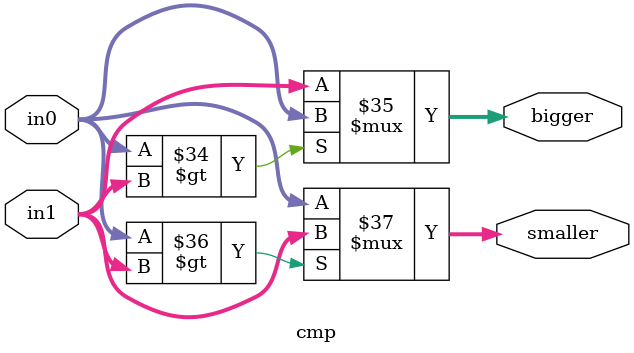
<source format=v>
module ISP(
    // Input Signals
    input clk,
    input rst_n,
    input in_valid,
    input [3:0] in_pic_no,
    input [1:0] in_mode,
    input [1:0] in_ratio_mode,

    // Output Signals
    output reg out_valid,
    output reg[7:0] out_data,
    
    // DRAM Signals
    // axi write address channel
    // src master
    output [3:0]  awid_s_inf, //4'd0
    output reg [31:0] awaddr_s_inf,
    output [2:0]  awsize_s_inf, //3'b100
    output [1:0]  awburst_s_inf,// 2'b01
    output [7:0]  awlen_s_inf, // burst length : 
    output  reg      awvalid_s_inf,
    // src slave
    input         awready_s_inf,
    // -----------------------------
  
    // axi write data channel 
    // src master
    output reg [127:0] wdata_s_inf,
    output         wlast_s_inf,
    output reg        wvalid_s_inf,
    // src slave
    input          wready_s_inf,
  
    // axi write response channel 
    // src slave
    input [3:0]    bid_s_inf,//4'd0
    input [1:0]    bresp_s_inf,
    input          bvalid_s_inf,
    // src master 
    output         bready_s_inf,
    // -----------------------------
  
    // axi read address channel 
    // src master
    output [3:0]   arid_s_inf,
    output reg [31:0]  araddr_s_inf, 
    output [7:0]   arlen_s_inf,
    output [2:0]   arsize_s_inf, //3'b100
    output [1:0]   arburst_s_inf, // 2'b01
    output  reg       arvalid_s_inf,
    // src slave
    input          arready_s_inf,
    // -----------------------------
  
    // axi read data channel 
    // slave
    input [3:0]    rid_s_inf,
    input [127:0]  rdata_s_inf,
    input [1:0]    rresp_s_inf,
    input          rlast_s_inf,
    input          rvalid_s_inf,
    // master
    output         rready_s_inf // 1 master ready
    
);


//========================================
// REG & WIRE
//========================================
reg [3:0] c_state, n_state;
reg [3:0] pic_no_reg;
reg [1:0] ratio_mode_reg;
reg[2:0] rest_cnt,rest_cnt_n;
reg [8:0] dram_data_cnt, dram_data_cnt_1;
reg [8:0 ]dram_w_data_cnt, dram_w_data_cnt_1,dram_w_data_cnt_2,dram_w_data_cnt_3;
reg [1:0] dram_type_cnt, dram_type_cnt_1;

reg [7:0] img_buffer [0:5][0:5];
reg [7:0] img_buffer_c [0:5][0:5];
reg [1:0] mode_reg;

reg [8:0] add_in_1 [0:5];
reg [8:0] add_in_2 [0:5];
reg [8:0] add_out [0:5];
reg [8:0] add_out_c [0:5];


reg [10:0] img_temp_0 [0:1];
reg [10:0] img_temp_1 [0:3];
reg [10:0] img_temp_2 [0:5];

reg [10:0] img_temp_a0 [0:1];
reg [10:0] img_temp_a1 [0:3];
reg [11:0] img_temp_a2 [0:5];


reg [10:0] acc_in_1 [0:5];
reg [10:0] acc_in_2 [0:5];
reg [13:0] acc_out [0:5];

reg [13:0] contrast_acc [0:2];
reg [13:0] contrast [0:2];
reg [13:0] contrast_acc_c [0:2];
reg [13:0] contrast_c [0:2];

reg [7:0] dram_data_buffer[0:15];
reg [7:0] dram_data_buffer_c[0:15];
reg [8:0] w_data_expose_b[0:15];
reg [7:0] w_data_expose_r[0:15];
reg [7:0] w_data_expose[0:15];
reg [127:0] w_data_in_0;
reg [127:0] w_data_in_1;
reg [127:0] w_data_in_2;
reg [8:0] add_e_in_1 [0:7];
reg [8:0] add_e_in_2 [0:7];
reg [8:0] add_e_out [0:7];

reg [7:0] s_addr, s_addr_temp;
reg [7:0] s_addr_delay_1, s_addr_delay_2;
reg [127:0] d_data_in;
reg [127:0] s_data_out;
reg [127:0] s_data_out_w;
reg [7:0] s_data_out_check [0:15];

reg [7:0] focus_table [0:15];
reg focus_flag [0:15];
reg [7:0] avg_table [0:15];
reg avg_flag [0:15];
reg [7:0] zero_table [0:15];
reg zero_flag [0:15];
reg [7:0] focus_result;
reg s_web;
reg find_ans;
reg find_avg;
reg find_zero;
reg zero_detect;

reg [7:0] max_one, min_one;
reg [7:0] max_one_reg, min_one_reg;
reg [9:0] max_sum, min_sum;
reg [9:0] max_sum_c, min_sum_c;
reg [9:0] max_result, min_result;
reg [9:0] avg_result_c, avg_result;
reg [7:0] avg_in [0:15];
reg cmp_start_flag,cmp_start_flag_reg;

//========================================
// PARAMETER
//========================================

parameter  IDLE     = 0,
           FIND     = 1,
           GET_DATA = 2,
           OUT_F    = 3,
           REST     = 4,
           OUT_D    = 5,
           OUT_E    = 6,
           OUT      = 7,
           OUT_AVG  = 8,
           REST_AVG = 9,
           OUT_A  = 10;
integer i ,j;
//========================================
// DESIGN
//========================================

always @(posedge clk or negedge rst_n) begin
    if (!rst_n) begin
        c_state <= IDLE;
    end else c_state <= n_state;
end

always @(*) begin
    n_state = c_state;
    case (c_state)
        IDLE : begin
            if (in_valid) begin
                n_state = FIND;
            end
        end 
        FIND : begin
            if (find_ans) begin
                n_state = OUT_D;
            end 
            else if (find_zero) begin
                n_state = OUT_E;
            end
            else if (find_avg) begin
                n_state = OUT_A;
            end
            else n_state = GET_DATA;
        end
        GET_DATA : begin
            // if(dram_data_cnt_1 == 63 && dram_type_cnt_1 == 2 && (mode_reg==1)) begin
            //     n_state = REST;
            // end
            // else if (dram_data_cnt_1 == 63 && dram_type_cnt_1 == 2 && (mode_reg==2)) begin
            //     n_state = REST_AVG;
            // end
            // else if (dram_data_cnt_1 == 63 && dram_type_cnt_1 == 2) begin
            //     n_state = OUT_F;
            // end
            if(dram_data_cnt_1 == 63 && dram_type_cnt_1 == 2) begin
                n_state = REST;
            end
        end   
        OUT_F: begin
            n_state = IDLE;
        end  
        REST: begin
            // n_state = OUT;
            if (rest_cnt == 6) begin
                if (mode_reg==1) begin
                    n_state = OUT;
                end
                else if (mode_reg==2) begin
                     n_state = OUT_AVG;
                end
                else n_state = OUT_F;
            end
        end 
        REST_AVG: begin
            n_state = OUT_AVG;
        end 
        OUT: begin
            n_state = IDLE;
        end  
        OUT_D: begin
            n_state = IDLE;
        end  
        OUT_A: begin
            n_state = IDLE;
        end  
        OUT_AVG: begin
            n_state = IDLE;
        end  
        OUT_E: begin
            n_state = IDLE;
        end        
        default:  n_state = c_state;
    endcase
end

always @(posedge clk ) begin
    if (in_valid) begin
        pic_no_reg <= in_pic_no;
    end
end
always @(posedge clk ) begin
    if (in_valid) begin
        ratio_mode_reg <= in_ratio_mode;
    end
end
always @(posedge clk ) begin
    if (in_valid) begin
        mode_reg <= in_mode;
    end
end

always @(posedge clk or negedge rst_n) begin
    if (!rst_n) begin
        dram_data_cnt <= 0;
    end 
    else if (dram_data_cnt == 63) begin
        dram_data_cnt <= 0;
    end 
    else if (rvalid_s_inf) begin
        dram_data_cnt <= dram_data_cnt + 1;
    end 
    else if (c_state != GET_DATA) begin
        dram_data_cnt <= 0;
    end
end

always @(posedge clk ) begin
    dram_data_cnt_1 <= dram_data_cnt;
end

always @(posedge clk or negedge rst_n) begin
    if (!rst_n) begin
        dram_type_cnt <= 0;
    end else if (dram_data_cnt == 63 || dram_data_cnt == 127) begin
        dram_type_cnt <= dram_type_cnt + 1;
    end else if (c_state != GET_DATA) begin
        dram_type_cnt <= 0;
    end
end


always @(posedge clk or negedge rst_n) begin
    if (!rst_n) begin
        rest_cnt <= 0;
    end
    else begin
        rest_cnt <= rest_cnt_n;
    end
end

always @(*) begin
    rest_cnt_n = rest_cnt;
    if (c_state == REST) begin
        rest_cnt_n = rest_cnt + 1 ;
    end else if (c_state !=REST ) begin
        rest_cnt_n = 0;
    end
end

always @(posedge clk ) begin
    dram_type_cnt_1 <= dram_type_cnt;
end

wire [6:0] img_idx ;
assign img_idx  = dram_data_cnt_1 >> 1;

always @(posedge clk or negedge rst_n) begin
    if (!rst_n) begin
        for ( i = 0 ; i < 16 ; i = i+1 ) begin
            dram_data_buffer[i] <= 0;
        end
    end
    else if (c_state == GET_DATA) begin
        for ( i = 0 ; i < 16 ; i = i+1 ) begin
            dram_data_buffer[i] <= dram_data_buffer_c[i];
        end
    end

end

always @(*) begin
    for ( i = 0 ; i < 16 ; i = i+1 ) begin
        dram_data_buffer_c[i] = 0;
    end
    if (c_state == GET_DATA) begin
        dram_data_buffer_c[15] = rdata_s_inf[127:120];
        dram_data_buffer_c[14] = rdata_s_inf[119:112];
        dram_data_buffer_c[13] = rdata_s_inf[111:104];
        dram_data_buffer_c[12] = rdata_s_inf[103:96];
        dram_data_buffer_c[11] = rdata_s_inf[95:88];
        dram_data_buffer_c[10] = rdata_s_inf[87:80];
        dram_data_buffer_c[9]  = rdata_s_inf[79:72];
        dram_data_buffer_c[8]  = rdata_s_inf[71:64];
        dram_data_buffer_c[7]  = rdata_s_inf[63:56];
        dram_data_buffer_c[6]  = rdata_s_inf[55:48];
        dram_data_buffer_c[5]  = rdata_s_inf[47:40];
        dram_data_buffer_c[4]  = rdata_s_inf[39:32];
        dram_data_buffer_c[3]  = rdata_s_inf[31:24];
        dram_data_buffer_c[2]  = rdata_s_inf[23:16];
        dram_data_buffer_c[1]  = rdata_s_inf[15:8];
        dram_data_buffer_c[0]  = rdata_s_inf[7:0];
    end
end

always @(posedge clk or negedge rst_n) begin
    if (!rst_n) begin
        for (i = 0 ; i < 6 ; i = i+1) begin
            for (j = 0 ; j < 6  ;j = j+1) begin
                img_buffer[j][i] <= 0;
            end
        end         
    end
    else begin
        for (i = 0 ; i < 6 ; i = i+1) begin
            for (j = 0 ; j < 6  ;j = j+1) begin
                img_buffer[j][i] <= img_buffer_c[j][i];
            end
        end 
    end
end

always @(*) begin
    for (i = 0 ; i < 6 ; i = i+1) begin
        for (j = 0 ; j < 6  ;j = j+1) begin
            img_buffer_c[j][i] = img_buffer[j][i];
        end
    end

    if (img_idx > 12 && img_idx < 19 && c_state == GET_DATA) begin
        if (!dram_data_cnt_1[0]) begin
            img_buffer_c[img_idx- 13][2] = add_out[2] ; 
            img_buffer_c[img_idx- 13][1] = add_out[1] ;
            img_buffer_c[img_idx- 13][0] = add_out[0] ;
        end
        else begin
            img_buffer_c[img_idx- 13][5] = add_out[5] ;
            img_buffer_c[img_idx- 13][4] = add_out[4] ;
            img_buffer_c[img_idx- 13][3] = add_out[3] ; 
        end
    end
    else if (c_state == IDLE) begin
        for (i = 0 ; i < 6 ; i = i+1) begin
            for (j = 0 ; j < 6  ;j = j+1) begin
                img_buffer_c[j][i] = 0;
            end
        end
    end
end

wire [1:0] img_w;
assign img_w = (dram_type_cnt_1 == 0 || dram_type_cnt_1 == 2) ? 2 : 1;

always @(*) begin
    for ( i = 0 ; i < 6 ; i = i + 1 ) begin
        add_out[i] = add_in_1[i] + add_in_2[i] ;
    end
end

always @(*) begin
    for ( i = 0 ; i < 6 ; i = i + 1 ) begin
        add_in_1[i] = 0; add_in_2[i] = 0;
    end    
    if (dram_data_cnt_1 > 37 && dram_type_cnt_1 == 2) begin
        case (dram_data_cnt_1)
            38:begin
                add_in_1[0] = ~img_buffer[0][0] + 1'b1; add_in_2[0] = img_buffer[1][0];
                add_in_1[1] = ~img_buffer[0][1] + 1'b1; add_in_2[1] = img_buffer[1][1];
                add_in_1[2] = ~img_buffer[0][2] + 1'b1; add_in_2[2] = img_buffer[1][2];
                add_in_1[3] = ~img_buffer[0][3] + 1'b1; add_in_2[3] = img_buffer[1][3];
                add_in_1[4] = ~img_buffer[0][4] + 1'b1; add_in_2[4] = img_buffer[1][4];
                add_in_1[5] = ~img_buffer[0][5] + 1'b1; add_in_2[5] = img_buffer[1][5];
            end

            39:begin
                add_in_1[0] = ~img_buffer[1][0] + 1'b1; add_in_2[0] = img_buffer[2][0];
                add_in_1[1] = ~img_buffer[1][1] + 1'b1; add_in_2[1] = img_buffer[2][1];
                add_in_1[2] = ~img_buffer[1][2] + 1'b1; add_in_2[2] = img_buffer[2][2];
                add_in_1[3] = ~img_buffer[1][3] + 1'b1; add_in_2[3] = img_buffer[2][3];
                add_in_1[4] = ~img_buffer[1][4] + 1'b1; add_in_2[4] = img_buffer[2][4];
                add_in_1[5] = ~img_buffer[1][5] + 1'b1; add_in_2[5] = img_buffer[2][5];
            end

            40:begin
                add_in_1[0] = ~img_buffer[2][0] + 1'b1; add_in_2[0] = img_buffer[3][0];
                add_in_1[1] = ~img_buffer[2][1] + 1'b1; add_in_2[1] = img_buffer[3][1];
                add_in_1[2] = ~img_buffer[2][2] + 1'b1; add_in_2[2] = img_buffer[3][2];
                add_in_1[3] = ~img_buffer[2][3] + 1'b1; add_in_2[3] = img_buffer[3][3];
                add_in_1[4] = ~img_buffer[2][4] + 1'b1; add_in_2[4] = img_buffer[3][4];
                add_in_1[5] = ~img_buffer[2][5] + 1'b1; add_in_2[5] = img_buffer[3][5];
            end

            41:begin
                add_in_1[0] = ~img_buffer[3][0] + 1'b1; add_in_2[0] = img_buffer[4][0];
                add_in_1[1] = ~img_buffer[3][1] + 1'b1; add_in_2[1] = img_buffer[4][1];
                add_in_1[2] = ~img_buffer[3][2] + 1'b1; add_in_2[2] = img_buffer[4][2];
                add_in_1[3] = ~img_buffer[3][3] + 1'b1; add_in_2[3] = img_buffer[4][3];
                add_in_1[4] = ~img_buffer[3][4] + 1'b1; add_in_2[4] = img_buffer[4][4];
                add_in_1[5] = ~img_buffer[3][5] + 1'b1; add_in_2[5] = img_buffer[4][5];
            end

            42:begin
                add_in_1[0] = ~img_buffer[4][0] + 1'b1; add_in_2[0] = img_buffer[5][0];
                add_in_1[1] = ~img_buffer[4][1] + 1'b1; add_in_2[1] = img_buffer[5][1];
                add_in_1[2] = ~img_buffer[4][2] + 1'b1; add_in_2[2] = img_buffer[5][2];
                add_in_1[3] = ~img_buffer[4][3] + 1'b1; add_in_2[3] = img_buffer[5][3];
                add_in_1[4] = ~img_buffer[4][4] + 1'b1; add_in_2[4] = img_buffer[5][4];
                add_in_1[5] = ~img_buffer[4][5] + 1'b1; add_in_2[5] = img_buffer[5][5];
            end
            43:begin
                add_in_1[0] = ~img_buffer[0][0]+ 1'b1; add_in_2[0] = img_buffer[0][1];
                add_in_1[1] = ~img_buffer[1][0]+ 1'b1; add_in_2[1] = img_buffer[1][1];
                add_in_1[2] = ~img_buffer[2][0]+ 1'b1; add_in_2[2] = img_buffer[2][1];
                add_in_1[3] = ~img_buffer[3][0]+ 1'b1; add_in_2[3] = img_buffer[3][1];
                add_in_1[4] = ~img_buffer[4][0]+ 1'b1; add_in_2[4] = img_buffer[4][1];
                add_in_1[5] = ~img_buffer[5][0]+ 1'b1; add_in_2[5] = img_buffer[5][1];
            end

            44:begin
                add_in_1[0] = ~img_buffer[0][1]+ 1'b1; add_in_2[0] = img_buffer[0][2];
                add_in_1[1] = ~img_buffer[1][1]+ 1'b1; add_in_2[1] = img_buffer[1][2];
                add_in_1[2] = ~img_buffer[2][1]+ 1'b1; add_in_2[2] = img_buffer[2][2];
                add_in_1[3] = ~img_buffer[3][1]+ 1'b1; add_in_2[3] = img_buffer[3][2];
                add_in_1[4] = ~img_buffer[4][1]+ 1'b1; add_in_2[4] = img_buffer[4][2];
                add_in_1[5] = ~img_buffer[5][1]+ 1'b1; add_in_2[5] = img_buffer[5][2];
            end

            45:begin
                add_in_1[0] = ~img_buffer[0][2]+ 1'b1; add_in_2[0] = img_buffer[0][3];
                add_in_1[1] = ~img_buffer[1][2]+ 1'b1; add_in_2[1] = img_buffer[1][3];
                add_in_1[2] = ~img_buffer[2][2]+ 1'b1; add_in_2[2] = img_buffer[2][3];
                add_in_1[3] = ~img_buffer[3][2]+ 1'b1; add_in_2[3] = img_buffer[3][3];
                add_in_1[4] = ~img_buffer[4][2]+ 1'b1; add_in_2[4] = img_buffer[4][3];
                add_in_1[5] = ~img_buffer[5][2]+ 1'b1; add_in_2[5] = img_buffer[5][3];
            end

            46:begin
                add_in_1[0] = ~img_buffer[0][3]+ 1'b1; add_in_2[0] = img_buffer[0][4];
                add_in_1[1] = ~img_buffer[1][3]+ 1'b1; add_in_2[1] = img_buffer[1][4];
                add_in_1[2] = ~img_buffer[2][3]+ 1'b1; add_in_2[2] = img_buffer[2][4];
                add_in_1[3] = ~img_buffer[3][3]+ 1'b1; add_in_2[3] = img_buffer[3][4];
                add_in_1[4] = ~img_buffer[4][3]+ 1'b1; add_in_2[4] = img_buffer[4][4];
                add_in_1[5] = ~img_buffer[5][3]+ 1'b1; add_in_2[5] = img_buffer[5][4];
            end

            47:begin
                add_in_1[0] = ~img_buffer[0][4]+ 1'b1; add_in_2[0] = img_buffer[0][5];
                add_in_1[1] = ~img_buffer[1][4]+ 1'b1; add_in_2[1] = img_buffer[1][5];
                add_in_1[2] = ~img_buffer[2][4]+ 1'b1; add_in_2[2] = img_buffer[2][5];
                add_in_1[3] = ~img_buffer[3][4]+ 1'b1; add_in_2[3] = img_buffer[3][5];
                add_in_1[4] = ~img_buffer[4][4]+ 1'b1; add_in_2[4] = img_buffer[4][5];
                add_in_1[5] = ~img_buffer[5][4]+ 1'b1; add_in_2[5] = img_buffer[5][5];
            end
        endcase        
    end
    else begin
        case (dram_data_cnt_1)
            26, 28, 30, 32, 34, 36:begin
                add_in_1[0] = img_buffer[img_idx- 13][0]; add_in_2[0] = w_data_expose_r[13]; 
                add_in_1[1] = img_buffer[img_idx- 13][1]; add_in_2[1] = w_data_expose_r[14]; 
                add_in_1[2] = img_buffer[img_idx- 13][2]; add_in_2[2] = w_data_expose_r[15]; 
            end 
            27, 29, 31, 33, 35, 37:begin
                add_in_1[3] = img_buffer[img_idx- 13][3]; add_in_2[3] = w_data_expose_r[0];
                add_in_1[4] = img_buffer[img_idx- 13][4]; add_in_2[4] = w_data_expose_r[1]; 
                add_in_1[5] = img_buffer[img_idx- 13][5]; add_in_2[5] = w_data_expose_r[2];
            end
        endcase
    end
end

reg [8:0] add_temp[0:5];
reg [8:0] add_temp_c[0:5];

always @(*) begin
    for (i = 0; i < 6; i = i + 1) begin
        add_temp_c[i] = 0;
    end 
    if (dram_data_cnt_1 > 37 && dram_type_cnt_1 == 2) begin
        for (i = 0; i < 6; i = i + 1) begin
            add_temp_c[i] = (add_out[i][8]) ? (~add_out[i] + 1'b1) : add_out[i];
        end       
    end 
end

always @(posedge clk or negedge rst_n) begin
    if (!rst_n) begin
        for (i = 0; i < 6; i = i + 1) begin
            add_temp[i] <= 0;
        end         
    end
    else  begin
        for (i = 0; i < 6; i = i + 1) begin
             add_temp[i] <= add_temp_c[i];
        end       
    end 
end



always @(*) begin
    contrast_acc_c[0] = 0 ;
    if (dram_data_cnt_1 > 38 && dram_type_cnt_1 == 2) begin
        contrast_acc_c[0] = (add_temp[0] + add_temp[1] + add_temp[2] + add_temp[3] + add_temp[4] + add_temp[5] ) ;        
    end
end

always @(*) begin
    contrast_acc_c[1] = 0 ;
    if (((dram_data_cnt_1 < 43 && dram_data_cnt_1 > 39) || (dram_data_cnt_1 < 48 && dram_data_cnt_1 > 44) )&& dram_type_cnt_1 == 2) begin
        contrast_acc_c[1] = ( add_temp[1] + add_temp[2] + add_temp[3] + add_temp[4]  ) ;        
    end
end

always @(*) begin
    contrast_acc_c[2] = 0 ;
    if (((dram_data_cnt_1 == 41) || (dram_data_cnt_1 == 46) )&& dram_type_cnt_1 == 2) begin
        contrast_acc_c[2] = (  add_temp[2] + add_temp[3]) ;        
    end
end


always @(posedge clk) begin
    contrast_acc[2] <= contrast_acc_c[2] ;
    contrast_acc[1] <= contrast_acc_c[1] ;
    contrast_acc[0] <= contrast_acc_c[0] ;
end

always @(posedge clk or negedge rst_n) begin
    if (!rst_n) begin
        contrast[0] <= 0;
    end
    else if (c_state == IDLE) begin
        contrast[0] <= 0;
    end
    else if (dram_data_cnt_1 > 39 &&  dram_data_cnt_1 < 50  &&dram_type_cnt_1 == 2) begin
        contrast[0] <= contrast[0] + contrast_acc[0] ;
    end
end

always @(posedge clk or negedge rst_n) begin
    if (!rst_n) begin
        contrast[1] <= 0;
    end
    else if (c_state == IDLE) begin
        contrast[1] <= 0;
    end
    else if (((dram_data_cnt_1 < 44 && dram_data_cnt_1 > 40) || (dram_data_cnt_1 < 49 && dram_data_cnt_1 > 45) )&& dram_type_cnt_1 == 2) begin
        contrast[1] <= contrast[1] + contrast_acc[1] ;
    end
end
always @(posedge clk or negedge rst_n) begin
    if (!rst_n) begin
        contrast[2] <= 0;
    end
    else if (c_state == IDLE) begin
        contrast[2] <= 0;
    end
    else if (((dram_data_cnt_1 == 42) || (dram_data_cnt_1 == 47) )&& dram_type_cnt_1 == 2) begin
        contrast[2] <= contrast[2] + contrast_acc[2] ;
    end
end

reg [8:0] d_contrast[0:2];
reg [8:0] temp_max;
always @(posedge clk) begin
    d_contrast[0] <= (contrast[0] >> 2) / 9;
    d_contrast[1] <= contrast[1] >> 4;
    d_contrast[2] <= contrast[2] >> 2;
end

//========================================
// AUTO EXPOSURE
//========================================

reg [1:0] e_ratio;

always @(*) begin
    e_ratio = 0;
    case (ratio_mode_reg)
        0:  e_ratio = 2;
        1:  e_ratio = 1;
        2:  e_ratio = 0;
    endcase
end

always @(*) begin
    if (mode_reg == 1) begin
        for (i = 0 ; i < 16 ; i = i+1  ) begin
            w_data_expose_b[i] = (ratio_mode_reg == 3) ? dram_data_buffer[i] << 1 : dram_data_buffer[i] >> e_ratio;
        end        
    end
    else begin
        for (i = 0 ; i < 16 ; i = i+1  ) begin
            w_data_expose_b[i] = dram_data_buffer[i] ;
        end 
    end
end

always @(*) begin
    for (i = 0 ; i < 16 ; i = i+1  ) begin
        w_data_expose[i] = (!w_data_expose_b[i][8]) ? w_data_expose_b[i] : 255;
    end
end

reg [10:0] add_e_out_2 [0:3];
reg [8:0] add_e_in_2_1 [0:3];
reg [8:0] add_e_in_2_2 [0:3];
reg [8:0] add_e_in_2_1_n [0:3];
reg [8:0] add_e_in_2_2_n [0:3];

reg [12:0] add_e_out_3,  add_e_out_3_n;
reg [23:0] exposed_results;
reg [23:0] exposed_results_n;

always @(*) begin
    case (dram_type_cnt_1)
         0 : begin
            for ( i = 0 ; i < 16 ; i = i + 1 ) begin
                w_data_expose_r[i] = w_data_expose[i] >> 2 ;
            end
         end
         1 : begin
            for ( i = 0 ; i < 16 ; i = i + 1 ) begin
                w_data_expose_r[i] = w_data_expose[i] >> 1 ;
            end         
         end
         2: begin
            for ( i = 0 ; i < 16 ; i = i + 1 ) begin
                w_data_expose_r[i] = w_data_expose[i] >> 2 ;
            end           
         end
        default:  begin
            for ( i = 0 ; i < 16 ; i = i + 1 ) begin
                w_data_expose_r[i] = w_data_expose[i] >> 1 ;
            end 
        end
    endcase
end

always @(*) begin
    for ( i = 0 ; i < 8 ; i = i + 1 ) begin
        add_e_out[i] = add_e_in_1[i] + add_e_in_2[i] ;
    end
end

always @(*) begin
    add_e_in_1[0] = w_data_expose_r[0] ; add_e_in_2[0] = w_data_expose_r[8] ; 
    add_e_in_1[1] = w_data_expose_r[1] ; add_e_in_2[1] = w_data_expose_r[9] ; 
    add_e_in_1[2] = w_data_expose_r[2] ; add_e_in_2[2] = w_data_expose_r[10] ; 
    add_e_in_1[3] = w_data_expose_r[3] ; add_e_in_2[3] = w_data_expose_r[11] ; 
    add_e_in_1[4] = w_data_expose_r[4] ; add_e_in_2[4] = w_data_expose_r[12] ;
    add_e_in_1[5] = w_data_expose_r[5] ; add_e_in_2[5] = w_data_expose_r[13] ;
    add_e_in_1[6] = w_data_expose_r[6] ; add_e_in_2[6] = w_data_expose_r[14] ;
    add_e_in_1[7] = w_data_expose_r[7] ; add_e_in_2[7] = w_data_expose_r[15] ;
end


always @(posedge clk or negedge rst_n) begin
    if (!rst_n) begin
        for ( i = 0 ; i < 4 ; i = i + 1 ) begin
            add_e_in_2_1[i] <= 0;
            add_e_in_2_2[i] <= 0;
        end           
    end
    else begin
        add_e_in_2_1[0] <= add_e_out[0];  add_e_in_2_2[0] <= add_e_out[4];
        add_e_in_2_1[1] <= add_e_out[1];  add_e_in_2_2[1] <= add_e_out[5];
        add_e_in_2_1[2] <= add_e_out[2];  add_e_in_2_2[2] <= add_e_out[6];
        add_e_in_2_1[3] <= add_e_out[3];  add_e_in_2_2[3] <= add_e_out[7];
    end
end

always @(*) begin
    for ( i = 0 ; i < 4 ; i = i + 1 ) begin
        add_e_out_2[i] = add_e_in_2_1[i] + add_e_in_2_2[i] ;
    end   
end

always @(*) begin
    add_e_out_3 = add_e_out_2[0] + add_e_out_2[1]  + add_e_out_2[2] + add_e_out_2[3];
end



always @(posedge clk or negedge rst_n) begin
    if (!rst_n) begin
        exposed_results <= 0;           
    end
    else if(c_state == IDLE )begin
        exposed_results <=  0;
    end
    else if((c_state == GET_DATA || c_state == REST) && (mode_reg == 1) &&(dram_data_cnt > 0 || dram_type_cnt > 0) )begin
        exposed_results <=  exposed_results  + add_e_out_3;
    end
end

always @(*) begin
    exposed_results_n = exposed_results >> 10;
end

always @(*) begin
    focus_result = 0;
    if (dram_data_cnt_1 == 51 && dram_type_cnt_1 == 2 ) begin
        if (d_contrast[2] >= d_contrast[1] && d_contrast[2] >= d_contrast[0]) begin
            focus_result = 0; 
        end else if (d_contrast[1] >= d_contrast[2] && d_contrast[1] >= d_contrast[0]) begin
            focus_result = 1;  
        end else begin
            focus_result = 2;
        end
    end    
end

always @(*) begin
    find_ans = 0;
    if (c_state == FIND && (mode_reg == 0)) begin
        find_ans = focus_flag[pic_no_reg];
    end
end
// TP BE DEBUG
always @(*) begin
    find_zero = 0;
    if (c_state == FIND && (mode_reg == 1)) begin
        find_zero = zero_flag[pic_no_reg];
    end
end

always @(*) begin
    find_avg = 0;
    if (c_state == FIND && (mode_reg == 2)) begin
        find_avg = avg_flag[pic_no_reg];
    end
end

wire w_data_expose_r_or;

always @(posedge clk) begin
    if (c_state == IDLE) begin
        zero_detect <= 1;
    end
    else if(c_state == GET_DATA && (mode_reg == 1)) begin
        if (w_data_expose_r_or) begin
            zero_detect <= 0;
        end
    end
    else begin
        zero_detect <= zero_detect;
    end
end


assign w_data_expose_r_or = w_data_expose[0] || w_data_expose[1] || w_data_expose[2] || 
                            w_data_expose[3] || w_data_expose[4] || w_data_expose[5] || 
                            w_data_expose[6] || w_data_expose[7] || w_data_expose[8] || 
                            w_data_expose[9] || w_data_expose[10] || w_data_expose[11] || 
                            w_data_expose[12] || w_data_expose[13] || w_data_expose[14] || 
                            w_data_expose[15];


always @(posedge clk or negedge rst_n) begin
     if (!rst_n) begin
        for (i = 0 ; i < 16 ; i=i+1 ) begin
            focus_table[i] <= 0;
        end      
    end
    else if(dram_data_cnt_1 == 51 && dram_type_cnt_1 == 2 )begin
        focus_table[pic_no_reg] <= focus_result;
    end   
end

reg avg_table_flag;


always @(posedge clk or negedge rst_n) begin
     if (!rst_n) begin
        for (i = 0 ; i < 16 ; i=i+1 ) begin
            zero_flag[i] <= 0;
        end      
    end
    else if(c_state == OUT )begin
        if (zero_detect) begin
            zero_flag[pic_no_reg]<= 1;
        end
    end   
end


always @(posedge clk or negedge rst_n) begin
     if (!rst_n) begin
        for (i = 0 ; i < 16 ; i=i+1 ) begin
            focus_flag[i] <= 0;
        end      
    end
    else if(c_state == OUT || c_state == OUT_F || c_state == OUT_AVG)begin
        focus_flag[pic_no_reg] <= 1;
    end   
end

//========================================
// Average of Min and Max 
//========================================


always @(*) begin
    avg_in[0] = w_data_expose[0] ; avg_in[8] = w_data_expose[8] ; 
    avg_in[1] = w_data_expose[1] ; avg_in[9] = w_data_expose[9] ; 
    avg_in[2] = w_data_expose[2] ; avg_in[10] = w_data_expose[10] ; 
    avg_in[3] = w_data_expose[3] ; avg_in[11] = w_data_expose[11] ; 
    avg_in[4] = w_data_expose[4] ; avg_in[12] = w_data_expose[12] ;
    avg_in[5] = w_data_expose[5] ; avg_in[13] = w_data_expose[13] ;
    avg_in[6] = w_data_expose[6] ; avg_in[14] = w_data_expose[14] ;
    avg_in[7] = w_data_expose[7] ; avg_in[15] = w_data_expose[15] ;
end
// TO BE DEBUG
find_MAX_MIN module_avg (
    .clk(clk),
    .in0(avg_in[0]), 
    .in1(avg_in[1]), 
    .in2(avg_in[2]), 
    .in3(avg_in[3]), 
    .in4(avg_in[4]), 
    .in5(avg_in[5]), 
    .in6(avg_in[6]), 
    .in7(avg_in[7]), 
    .in8(avg_in[8]), 
    .in9(avg_in[9]), 
    .in10(avg_in[10]), 
    .in11(avg_in[11]), 
    .in12(avg_in[12]), 
    .in13(avg_in[13]), 
    .in14(avg_in[14]), 
    .in15(avg_in[15]), 
    .max_one(max_one), 
    .min_one(min_one)
);

reg [7:0] max_one_result, min_one_result;
reg [7:0] cmp_cnt,cmp_cnt_n;
reg cmp_start_flag_1,cmp_start_flag_2;
always @(posedge clk or negedge rst_n) begin
    if (!rst_n) begin
        cmp_cnt <= 0;
    end else cmp_cnt <= cmp_cnt_n;
end
always @(*) begin
    cmp_cnt_n = cmp_cnt;
    if (cmp_cnt == 63) begin
        cmp_cnt_n = 0;
    end
    else if (cmp_start_flag_2) begin
        cmp_cnt_n = cmp_cnt + 1;
    end else cmp_cnt_n = cmp_cnt;
end

always @(*) begin
    if (cmp_start_flag_2 && (cmp_cnt == 0)) begin
        max_one_result = max_one ;
    end
    else max_one_result = (max_one > max_one_reg)? max_one: max_one_reg;
end
always @(*) begin
    if (cmp_start_flag_2 && (cmp_cnt == 0)) begin
        min_one_result = min_one ;
    end
    else min_one_result = (min_one < min_one_reg)? min_one: min_one_reg;
end
always @(posedge clk or negedge rst_n) begin
    if (!rst_n) begin
        max_one_reg <= 0;
        min_one_reg <= 255;
    end
    else if (c_state == IDLE) begin
        max_one_reg <= 0;
        min_one_reg <= 255;
    end   
    else if(cmp_start_flag_2)begin
        max_one_reg <= max_one_result;
        min_one_reg <= min_one_result;
    end
end
always @(posedge clk or negedge rst_n) begin
    if (!rst_n) begin
        cmp_start_flag_1 <= 0 ;
        cmp_start_flag_2 <= 0;
    end
    else begin
        cmp_start_flag_1 <=  cmp_start_flag_reg ;
        cmp_start_flag_2 <= cmp_start_flag_1; 
    end
end
always @(posedge clk or negedge rst_n) begin
    if (!rst_n) begin
        cmp_start_flag_reg <= 0;
    end
    else cmp_start_flag_reg <= cmp_start_flag;
end
always @(*) begin
    cmp_start_flag = cmp_start_flag_reg;
    if (c_state == GET_DATA && (dram_data_cnt> 0))begin
        cmp_start_flag = 1;
    end
    else if (c_state != GET_DATA ) begin
        cmp_start_flag = 0;
    end
    else begin
        cmp_start_flag = cmp_start_flag_reg;
    end
end

always @(posedge clk or negedge rst_n) begin
    if (!rst_n) begin
        max_sum <= 0;
        min_sum <= 0;
    end
    else if (c_state == IDLE) begin
        max_sum <= 0;
        min_sum <= 0;
    end
    else begin
        max_sum <= max_sum_c;
        min_sum <= min_sum_c;
    end
end

reg add_reg,add_reg_1;
always @(posedge clk) begin
    if (cmp_start_flag_2 && (cmp_cnt == 63)) begin
        add_reg <= 1;
    end else add_reg <= 0;
end


always @(*) begin
    max_sum_c = max_sum;
    min_sum_c = min_sum;

    if (add_reg) begin
        // max_sum_c = max_sum + max_one_result; 
        // min_sum_c = min_sum + min_one_result; 
        max_sum_c = max_sum + max_one_reg;
        min_sum_c = min_sum + min_one_reg;  // for min_sum
    end
    else if (c_state == IDLE) begin
        max_sum_c = 0; 
        min_sum_c = 0;         
    end
end
always @(*) begin
    max_result = max_sum / 3;
    min_result = min_sum / 3;
end

always @(*) begin
    avg_result_c = (max_result + min_result) ; 
end

always @(posedge clk or negedge rst_n) begin
    if (!rst_n) begin
        avg_result <= 0;
    end
    else begin
        avg_result <= avg_result_c;
    end
end

always @(posedge clk) begin
    if((dram_data_cnt_1 == 0 && dram_type_cnt_1 == 3) )begin
        avg_table_flag <= 1;
    end
    else avg_table_flag <= 0;      
end
always @(posedge clk or negedge rst_n) begin
    if (!rst_n) begin
        for (i = 0 ; i < 16 ; i=i+1 ) begin
            avg_table[i] <= 0;
        end      
    end
    else if(rest_cnt == 5)begin
        avg_table[pic_no_reg] <= (avg_result >> 1);
    end   
end
always @(posedge clk or negedge rst_n) begin
     if (!rst_n) begin
        for (i = 0 ; i < 16 ; i=i+1 ) begin
            avg_flag[i] <= 0;
        end      
    end
    else if(c_state == OUT_AVG || c_state == OUT || c_state == OUT_F)begin
            avg_flag[pic_no_reg]<= 1;
    end   
end

//========================================
// Output 
//========================================
always @(*) begin
    out_valid = 0;
    if (c_state == OUT_F || c_state == OUT || c_state == OUT_D || c_state == OUT_E || c_state == OUT_AVG|| c_state == OUT_A) begin
        out_valid = 1;
    end 
end


// always @(*) begin
//     out_data = 0;
//     if (c_state == OUT_F || c_state == OUT_D) begin
//         out_data = focus_table[pic_no_reg];
//     end
//     else if (c_state == OUT_A) begin
//        out_data = avg_table[pic_no_reg];
//     end
//     else if (c_state == OUT) begin
//        out_data = exposed_results_n;
//     end
//     else if (c_state == OUT_E) begin
//        out_data = 0;
//     end
//     else if (c_state == OUT_AVG) begin
//         out_data = avg_table[pic_no_reg];
//     end
// end

always @(posedge clk or negedge rst_n) begin
    if (!rst_n) begin
         out_data <= 0;
    end
    else if (n_state == OUT_F || n_state == OUT_D) begin
        out_data <= focus_table[pic_no_reg];
    end
    else if (n_state == OUT_A) begin
       out_data <= avg_table[pic_no_reg];
    end
    else if (n_state == OUT) begin
       out_data <= exposed_results_n;
    end
    else if (n_state == OUT_E) begin
       out_data <= 0;
    end
    else if (n_state == OUT_AVG) begin
        out_data <= avg_table[pic_no_reg];
    end
end

//========================================
// DRAM CONTROl
//========================================


//========================================
// DRAM WRITE CONTROl
//========================================
assign awid_s_inf = (!rst_n) ? 4'd0 : 4'd0;
// awaddr_s_inf 
assign awsize_s_inf = (!rst_n) ? 3'd0 : 3'b100;
assign awburst_s_inf = (!rst_n) ? 2'b00 : 2'b01;
assign awlen_s_inf = (!rst_n) ? 0 : 8'd191;
//assign awvalid_s_inf = (!rst_n) ? 0:0;
// wdata_s_inf,
// wlast_s_inf,
// wvalid_s_inf,



// WRITE ADDR
always @(posedge clk or negedge rst_n) begin
    if (!rst_n) begin
        awaddr_s_inf  <= 0;
    end
    else if (c_state == FIND && n_state == GET_DATA && (mode_reg == 1) ) begin
        awaddr_s_inf  <= 32'h10000 + 3072*pic_no_reg;
    end
    else awaddr_s_inf  <=  awaddr_s_inf;
end

always @(posedge clk or negedge rst_n) begin
    if (!rst_n) begin
        awvalid_s_inf <= 0;
    end
    else if (awready_s_inf) awvalid_s_inf <= 0 ;
    else if (c_state == FIND && n_state == GET_DATA && (mode_reg == 1) ) begin
        awvalid_s_inf <= 1; 
    end
	else awvalid_s_inf <= awvalid_s_inf ;
end

// WRITE DATA
assign wlast_s_inf = (dram_w_data_cnt_3 == 192) ? 1 : 0;


always @(posedge clk or negedge rst_n) begin
    if (!rst_n) begin
        wvalid_s_inf <= 0;
    end
    else if (awready_s_inf) wvalid_s_inf <= 0;
    else if (rvalid_s_inf) wvalid_s_inf <= 1 ;
    else if (dram_w_data_cnt_3 == 192) wvalid_s_inf <= 0 ;
	else wvalid_s_inf <= wvalid_s_inf;
end

always @(*) begin
    wdata_s_inf = w_data_in_2 ;
end

always @(posedge clk) begin
    w_data_in_0 <= d_data_in ;
    w_data_in_1 <= w_data_in_0 ;
    w_data_in_2 <= w_data_in_1 ;
end

assign bready_s_inf = 1;

//========================================
// DRAM READ CONTROl
//========================================
assign arid_s_inf   = (!rst_n) ? 4'd0 : 4'd0;
// [31:0]  araddr_s_inf, 
assign arlen_s_inf  = (!rst_n) ? 0 : 8'd191;
assign arsize_s_inf = (!rst_n) ? 3'd0 : 3'b100;
assign arburst_s_inf = (!rst_n) ? 2'b00 : 2'b01; // 2'b01
// arvalid_s_inf,

always @(posedge clk or negedge rst_n) begin
    if (!rst_n) begin
        araddr_s_inf <= 0;
    end
    else if (c_state == FIND && n_state == GET_DATA  ) begin
        araddr_s_inf <= 32'h10000 + 3072*pic_no_reg;
    end
    else araddr_s_inf <= araddr_s_inf;
end


always @(posedge clk or negedge rst_n) begin
    if (!rst_n) begin
        arvalid_s_inf <= 0;
    end
    else if (c_state == FIND && n_state == GET_DATA ) begin
        arvalid_s_inf <= 1;
    end
    else if (arready_s_inf) arvalid_s_inf <= 0 ;
	else arvalid_s_inf <= arvalid_s_inf ;
end
assign rready_s_inf = 1;


//==========================================//
//            DRAM WRITE BACK               //
//==========================================//

always @(*) begin
    d_data_in = {w_data_expose[15], w_data_expose[14], w_data_expose[13], w_data_expose[12],
                 w_data_expose[11], w_data_expose[10], w_data_expose[9],  w_data_expose[8],
                 w_data_expose[7],  w_data_expose[6],  w_data_expose[5],  w_data_expose[4],
                 w_data_expose[3],  w_data_expose[2],  w_data_expose[1],  w_data_expose[0]};
end

always @(posedge clk or negedge rst_n) begin
    if (!rst_n) begin
       dram_w_data_cnt <= 0;
    end 
    else if (rvalid_s_inf) begin
       dram_w_data_cnt <=dram_w_data_cnt + 1;
    end 
    else if (c_state != GET_DATA && c_state != REST) begin
       dram_w_data_cnt <= 0;
    end
end

always @(posedge clk ) begin

   dram_w_data_cnt_1 <=dram_w_data_cnt;
   dram_w_data_cnt_2 <=dram_w_data_cnt_1;
   dram_w_data_cnt_3 <=dram_w_data_cnt_2;

end
endmodule


module find_MAX_MIN(clk,in0, in1,in2, in3, in4, in5, in6, in7, in8, in9, in10, in11 ,in12 , in13, in14, in15, max_one, min_one);

    input  [7:0] in0, in1,in2, in3, in4, in5, in6, in7, in8, in9, in10, in11 ,in12 , in13, in14, in15;
    input clk;
    output reg [7:0] max_one, min_one;

    reg [7:0] temp_max[7:0];
    reg [7:0] temp_max_1[3:0];
    reg [7:0] temp_max_2[1:0];

    
    reg [7:0] temp_min[7:0];
    reg [7:0] temp_min_1[3:0];
    reg [7:0] temp_min_2[1:0];

    cmp c0_0(.in0(in0), .in1(in8),   .bigger(temp_max[0]), .smaller(temp_min[0]));
    cmp c0_1(.in0(in1), .in1(in9),   .bigger(temp_max[1]), .smaller(temp_min[1]));
    cmp c0_2(.in0(in2), .in1(in10),  .bigger(temp_max[2]), .smaller(temp_min[2]));
    cmp c0_3(.in0(in3), .in1(in11),  .bigger(temp_max[3]), .smaller(temp_min[3]));
    cmp c0_4(.in0(in4), .in1(in12),  .bigger(temp_max[4]), .smaller(temp_min[4]));
    cmp c0_5(.in0(in5), .in1(in13),  .bigger(temp_max[5]), .smaller(temp_min[5]));
    cmp c0_6(.in0(in6), .in1(in14),  .bigger(temp_max[6]), .smaller(temp_min[6]));
    cmp c0_7(.in0(in7), .in1(in15),  .bigger(temp_max[7]), .smaller(temp_min[7]));

    // always @(*) begin
    //     temp_max_1[0] = (temp_max[0] > temp_max[4]) ? temp_max[0] : temp_max[4];
    //     temp_max_1[1] = (temp_max[1] > temp_max[5]) ? temp_max[1] : temp_max[5];
    //     temp_max_1[2] = (temp_max[2] > temp_max[6]) ? temp_max[2] : temp_max[6];
    //     temp_max_1[3] = (temp_max[3] > temp_max[7]) ? temp_max[3] : temp_max[7];

    //     temp_min_1[0] = (temp_min[0] > temp_min[4]) ? temp_min[4] : temp_min[0];
    //     temp_min_1[1] = (temp_min[1] > temp_min[5]) ? temp_min[5] : temp_min[1];
    //     temp_min_1[2] = (temp_min[2] > temp_min[6]) ? temp_min[6] : temp_min[2];
    //     temp_min_1[3] = (temp_min[3] > temp_min[7]) ? temp_min[7] : temp_min[3];

    //     temp_max_2[0] = (temp_max_1[0] > temp_max_1[2]) ? temp_max_1[0] : temp_max_1[2];
    //     temp_max_2[1] = (temp_max_1[1] > temp_max_1[3]) ? temp_max_1[1] : temp_max_1[3];      

    //     temp_min_2[0] = (temp_min_1[0] > temp_min_1[2]) ? temp_min_1[2] : temp_min_1[0];
    //     temp_min_2[1] = (temp_min_1[1] > temp_min_1[3]) ? temp_min_1[3] : temp_min_1[1];  

    //     max_one = (temp_max_2[0] > temp_max_2[1]) ? temp_max_2[0] : temp_max_2[1];
    //     min_one = (temp_min_2[0] > temp_min_2[1]) ? temp_min_2[1] : temp_min_2[0];
    // end
    always @(*) begin
        // temp_max_1[0] = (temp_max[0] > temp_max[4]) ? temp_max[0] : temp_max[4];
        // temp_max_1[1] = (temp_max[1] > temp_max[5]) ? temp_max[1] : temp_max[5];
        // temp_max_1[2] = (temp_max[2] > temp_max[6]) ? temp_max[2] : temp_max[6];
        // temp_max_1[3] = (temp_max[3] > temp_max[7]) ? temp_max[3] : temp_max[7];

        // temp_min_1[0] = (temp_min[0] > temp_min[4]) ? temp_min[4] : temp_min[0];
        // temp_min_1[1] = (temp_min[1] > temp_min[5]) ? temp_min[5] : temp_min[1];
        // temp_min_1[2] = (temp_min[2] > temp_min[6]) ? temp_min[6] : temp_min[2];
        // temp_min_1[3] = (temp_min[3] > temp_min[7]) ? temp_min[7] : temp_min[3];

       
    end    
    always @(posedge clk) begin
        temp_max_1[0] <= (temp_max[0] > temp_max[4]) ? temp_max[0] : temp_max[4];
        temp_max_1[1] <= (temp_max[1] > temp_max[5]) ? temp_max[1] : temp_max[5];
        temp_max_1[2] <= (temp_max[2] > temp_max[6]) ? temp_max[2] : temp_max[6];
        temp_max_1[3] <= (temp_max[3] > temp_max[7]) ? temp_max[3] : temp_max[7];

        temp_min_1[0] <= (temp_min[0] > temp_min[4]) ? temp_min[4] : temp_min[0];
        temp_min_1[1] <= (temp_min[1] > temp_min[5]) ? temp_min[5] : temp_min[1];
        temp_min_1[2] <= (temp_min[2] > temp_min[6]) ? temp_min[6] : temp_min[2];
        temp_min_1[3] <= (temp_min[3] > temp_min[7]) ? temp_min[7] : temp_min[3];
        temp_max_2[0] <= (temp_max_1[0] > temp_max_1[2]) ? temp_max_1[0] : temp_max_1[2];
        temp_max_2[1] <= (temp_max_1[1] > temp_max_1[3]) ? temp_max_1[1] : temp_max_1[3];      

        temp_min_2[0] <= (temp_min_1[0] > temp_min_1[2]) ? temp_min_1[2] : temp_min_1[0];
        temp_min_2[1] <= (temp_min_1[1] > temp_min_1[3]) ? temp_min_1[3] : temp_min_1[1];        

        max_one <= (temp_max_2[0] > temp_max_2[1]) ? temp_max_2[0] : temp_max_2[1];
        min_one <= (temp_min_2[0] > temp_min_2[1]) ? temp_min_2[1] : temp_min_2[0];  
    end


endmodule

module cmp(in0, in1, bigger, smaller);
    input  [7:0] in0, in1;
    output reg [7:0] bigger, smaller;

    always @(*) begin
        bigger = (in0 > in1) ? in0 : in1;
        smaller = (in0 > in1) ? in1 : in0;
    end
endmodule

</source>
